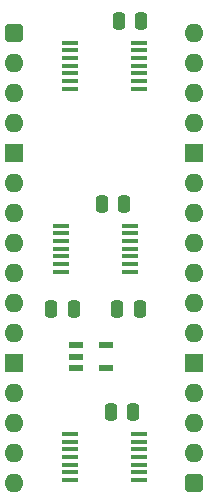
<source format=gts>
%TF.GenerationSoftware,KiCad,Pcbnew,7.0.5*%
%TF.CreationDate,2024-02-27T07:41:32+02:00*%
%TF.ProjectId,Blank and Sync,426c616e-6b20-4616-9e64-2053796e632e,V0*%
%TF.SameCoordinates,PX6d01460PY32de760*%
%TF.FileFunction,Soldermask,Top*%
%TF.FilePolarity,Negative*%
%FSLAX46Y46*%
G04 Gerber Fmt 4.6, Leading zero omitted, Abs format (unit mm)*
G04 Created by KiCad (PCBNEW 7.0.5) date 2024-02-27 07:41:32*
%MOMM*%
%LPD*%
G01*
G04 APERTURE LIST*
G04 Aperture macros list*
%AMRoundRect*
0 Rectangle with rounded corners*
0 $1 Rounding radius*
0 $2 $3 $4 $5 $6 $7 $8 $9 X,Y pos of 4 corners*
0 Add a 4 corners polygon primitive as box body*
4,1,4,$2,$3,$4,$5,$6,$7,$8,$9,$2,$3,0*
0 Add four circle primitives for the rounded corners*
1,1,$1+$1,$2,$3*
1,1,$1+$1,$4,$5*
1,1,$1+$1,$6,$7*
1,1,$1+$1,$8,$9*
0 Add four rect primitives between the rounded corners*
20,1,$1+$1,$2,$3,$4,$5,0*
20,1,$1+$1,$4,$5,$6,$7,0*
20,1,$1+$1,$6,$7,$8,$9,0*
20,1,$1+$1,$8,$9,$2,$3,0*%
G04 Aperture macros list end*
%ADD10RoundRect,0.400000X-0.400000X-0.400000X0.400000X-0.400000X0.400000X0.400000X-0.400000X0.400000X0*%
%ADD11O,1.600000X1.600000*%
%ADD12R,1.600000X1.600000*%
%ADD13RoundRect,0.250000X-0.250000X-0.475000X0.250000X-0.475000X0.250000X0.475000X-0.250000X0.475000X0*%
%ADD14RoundRect,0.250000X0.250000X0.475000X-0.250000X0.475000X-0.250000X-0.475000X0.250000X-0.475000X0*%
%ADD15R,1.475000X0.450000*%
%ADD16R,1.150000X0.600000*%
G04 APERTURE END LIST*
D10*
%TO.C,J1*%
X0Y0D03*
D11*
X0Y-2540000D03*
X0Y-5080000D03*
X0Y-7620000D03*
D12*
X0Y-10160000D03*
D11*
X0Y-12700000D03*
X0Y-15240000D03*
X0Y-17780000D03*
X0Y-20320000D03*
X0Y-22860000D03*
X0Y-25400000D03*
D12*
X0Y-27940000D03*
D11*
X0Y-30480000D03*
X0Y-33020000D03*
X0Y-35560000D03*
X0Y-38100000D03*
D10*
X15240000Y-38100000D03*
D11*
X15240000Y-35560000D03*
X15240000Y-33020000D03*
X15240000Y-30480000D03*
D12*
X15240000Y-27940000D03*
D11*
X15240000Y-25400000D03*
X15240000Y-22860000D03*
X15240000Y-20320000D03*
X15240000Y-17780000D03*
X15240000Y-15240000D03*
X15240000Y-12700000D03*
D12*
X15240000Y-10160000D03*
D11*
X15240000Y-7620000D03*
X15240000Y-5080000D03*
X15240000Y-2540000D03*
X15240000Y0D03*
%TD*%
D13*
%TO.C,C10*%
X8718000Y-23368000D03*
X10618000Y-23368000D03*
%TD*%
D14*
%TO.C,C3*%
X10078000Y-32131000D03*
X8178000Y-32131000D03*
%TD*%
D15*
%TO.C,IC1*%
X4682000Y-844000D03*
X4682000Y-1494000D03*
X4682000Y-2144000D03*
X4682000Y-2794000D03*
X4682000Y-3444000D03*
X4682000Y-4094000D03*
X4682000Y-4744000D03*
X10558000Y-4744000D03*
X10558000Y-4094000D03*
X10558000Y-3444000D03*
X10558000Y-2794000D03*
X10558000Y-2144000D03*
X10558000Y-1494000D03*
X10558000Y-844000D03*
%TD*%
D14*
%TO.C,C5*%
X10713000Y1016000D03*
X8813000Y1016000D03*
%TD*%
D16*
%TO.C,IC4*%
X5177000Y-26482000D03*
X5177000Y-27432000D03*
X5177000Y-28382000D03*
X7777000Y-28382000D03*
X7777000Y-26482000D03*
%TD*%
D15*
%TO.C,IC3*%
X3920000Y-16338000D03*
X3920000Y-16988000D03*
X3920000Y-17638000D03*
X3920000Y-18288000D03*
X3920000Y-18938000D03*
X3920000Y-19588000D03*
X3920000Y-20238000D03*
X9796000Y-20238000D03*
X9796000Y-19588000D03*
X9796000Y-18938000D03*
X9796000Y-18288000D03*
X9796000Y-17638000D03*
X9796000Y-16988000D03*
X9796000Y-16338000D03*
%TD*%
D14*
%TO.C,C4*%
X9316000Y-14478000D03*
X7416000Y-14478000D03*
%TD*%
D15*
%TO.C,IC2*%
X4682000Y-33991000D03*
X4682000Y-34641000D03*
X4682000Y-35291000D03*
X4682000Y-35941000D03*
X4682000Y-36591000D03*
X4682000Y-37241000D03*
X4682000Y-37891000D03*
X10558000Y-37891000D03*
X10558000Y-37241000D03*
X10558000Y-36591000D03*
X10558000Y-35941000D03*
X10558000Y-35291000D03*
X10558000Y-34641000D03*
X10558000Y-33991000D03*
%TD*%
D13*
%TO.C,C8*%
X3130000Y-23368000D03*
X5030000Y-23368000D03*
%TD*%
M02*

</source>
